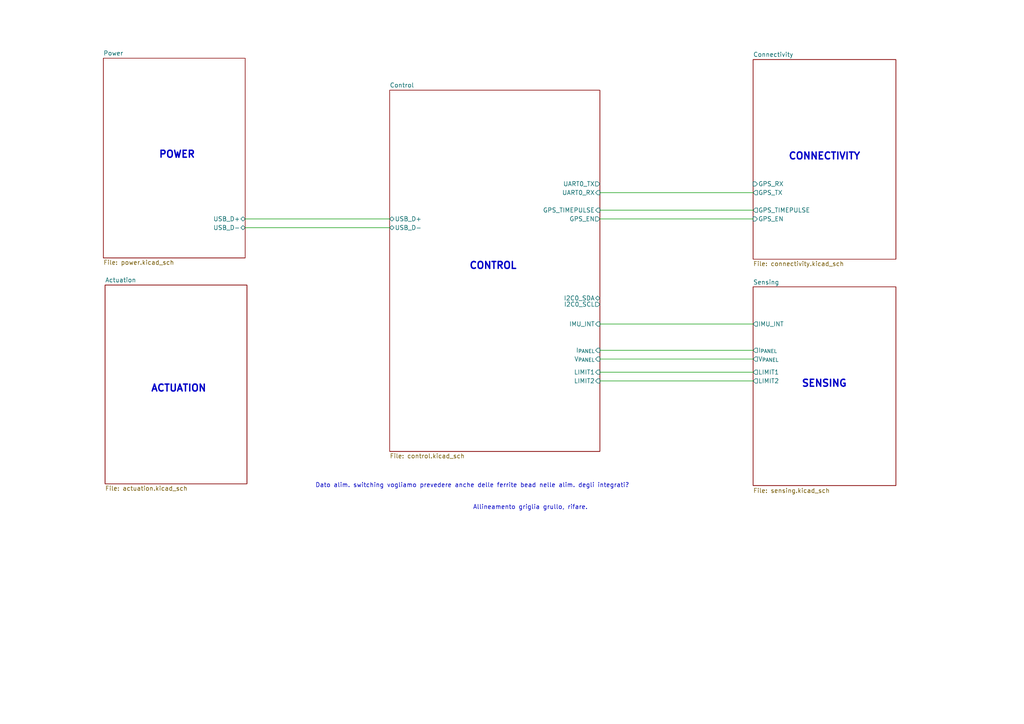
<source format=kicad_sch>
(kicad_sch (version 20211123) (generator eeschema)
  (paper "A4")
  (title_block (title "Main"))
  (lib_symbols)
  (wire (pts (xy 71.12 63.5) (xy 113.03 63.5)))
  (wire (pts (xy 173.99 107.95) (xy 218.44 107.95)))
  (wire (pts (xy 173.99 60.96) (xy 218.44 60.96)))
  (wire (pts (xy 173.99 55.88) (xy 218.44 55.88)))
  (wire (pts (xy 173.99 104.14) (xy 218.44 104.14)))
  (wire (pts (xy 218.44 63.5) (xy 173.99 63.5)))
  (wire (pts (xy 173.99 110.49) (xy 218.44 110.49)))
  (wire (pts (xy 173.99 93.98) (xy 218.44 93.98)))
  (wire (pts (xy 173.99 101.6) (xy 218.44 101.6)))
  (wire (pts (xy 71.12 66.04) (xy 113.03 66.04)))
  (text "CONNECTIVITY" (at 228.6 46.609 0) (effects (font (size 2.0066 2.0066) (thickness 0.4013) bold) (justify left bottom)))
  (text "SENSING" (at 232.41 112.522 0) (effects (font (size 2.0066 2.0066) (thickness 0.4013) bold) (justify left bottom)))
  (text "Allineamento griglia grullo, rifare." (at 137.16 147.955 0) (effects (font (size 1.27 1.27)) (justify left bottom)))
  (text "CONTROL" (at 136.017 78.359 0) (effects (font (size 2.0066 2.0066) (thickness 0.4013) bold) (justify left bottom)))
  (text "Dato alim. switching vogliamo prevedere anche delle ferrite bead nelle alim. degli integrati? " (at 91.44 141.605 0) (effects (font (size 1.27 1.27)) (justify left bottom)))
  (text "ACTUATION" (at 43.688 113.919 0) (effects (font (size 2.0066 2.0066) (thickness 0.4013) bold) (justify left bottom)))
  (text "POWER" (at 45.974 46.101 0) (effects (font (size 2.0066 2.0066) (thickness 0.4013) bold) (justify left bottom)))
  (sheet (at 113.03 26.162) (size 60.96 104.775)
    (property "Sheet name" "Control" (at 113.03 25.4504 0) (effects (justify left bottom)))
    (property "Sheet file" "control.kicad_sch" (at 113.03 131.5216 0) (effects (justify left top)))
    (pin "GPS_EN" output (at 173.99 63.5 0))
    (pin "GPS_TIMEPULSE" input (at 173.99 60.96 0))
    (pin "I2C0_SCL" output (at 173.99 88.265 0))
    (pin "IMU_INT" input (at 173.99 93.98 0))
    (pin "UART0_TX" output (at 173.99 53.34 0))
    (pin "I2C0_SDA" bidirectional (at 173.99 86.487 0))
    (pin "UART0_RX" input (at 173.99 55.88 0))
    (pin "USB_D+" bidirectional (at 113.03 63.5 180))
    (pin "USB_D-" bidirectional (at 113.03 66.04 180))
    (pin "I_{PANEL}" input (at 173.99 101.6 0))
    (pin "V_{PANEL}" input (at 173.99 104.14 0))
    (pin "LIMIT1" input (at 173.99 107.95 0))
    (pin "LIMIT2" input (at 173.99 110.49 0))
  )
  (sheet (at 218.44 17.272) (size 41.402 57.912)
    (property "Sheet name" "Connectivity" (at 218.44 16.5604 0) (effects (justify left bottom)))
    (property "Sheet file" "connectivity.kicad_sch" (at 218.44 75.7686 0) (effects (justify left top)))
    (pin "GPS_RX" input (at 218.44 53.34 180))
    (pin "GPS_TX" output (at 218.44 55.88 180))
    (pin "GPS_EN" input (at 218.44 63.5 180))
    (pin "GPS_TIMEPULSE" output (at 218.44 60.96 180))
  )
  (sheet (at 29.972 16.891) (size 41.148 57.912)
    (property "Sheet name" "Power" (at 29.972 16.1794 0) (effects (justify left bottom)))
    (property "Sheet file" "power.kicad_sch" (at 29.972 75.3876 0) (effects (justify left top)))
    (pin "USB_D+" bidirectional (at 71.12 63.5 0))
    (pin "USB_D-" bidirectional (at 71.12 66.04 0))
  )
  (sheet (at 30.48 82.677) (size 41.148 57.658) (stroke (width 0.1524))
    (property "Sheet name" "Actuation" (at 30.48 81.9654 0) (effects (justify left bottom)))
    (property "Sheet file" "actuation.kicad_sch" (at 30.48 140.9196 0) (effects (justify left top)))
  )
  (sheet (at 218.44 83.185) (size 41.402 57.658) (stroke (width 0.1524))
    (property "Sheet name" "Sensing" (at 218.44 82.6004 0) (effects (justify left bottom)))
    (property "Sheet file" "sensing.kicad_sch" (at 218.44 141.5546 0) (effects (justify left top)))
    (pin "IMU_INT" output (at 218.44 93.98 180))
    (pin "I_{PANEL}" output (at 218.44 101.6 180))
    (pin "V_{PANEL}" output (at 218.44 104.14 180))
    (pin "LIMIT1" output (at 218.44 107.95 180))
    (pin "LIMIT2" output (at 218.44 110.49 180))
  )
)
</source>
